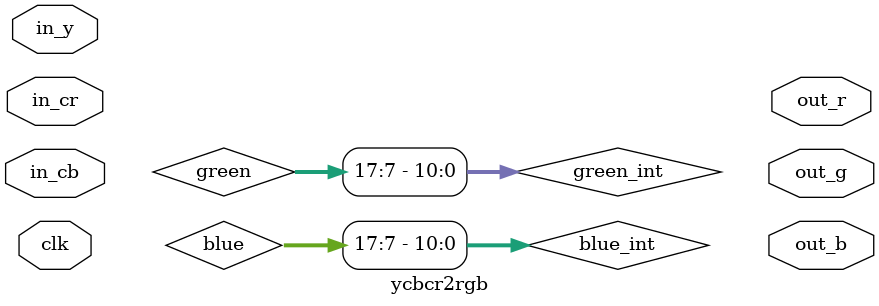
<source format=v>
module ycbcr2rgb (
  input           clk,
  input   [ 7:0]  in_y,
  input   [ 7:0]  in_cb,
  input   [ 7:0]  in_cr,

  output  [ 7:0]  out_r,
  output  [ 7:0]  out_g,
  output  [ 7:0]  out_b
);

  //---------------------------------------------------------------------------
  // Equations for YCbCr to RGB
  //
  // R = 1.164(Y-16) + 1.596(Cr-128)
  // G = 1.164(Y-16) - 0.813(Cr-128) - 0.392(Cb-128)
  // B = 1.164(Y-16) + 1.017(Cb-128) + (Cb-128)
  //
  // The fractional multipliers are converted to 8-bit binary fractions with an
  // implied binary point between bits 7 and 6. Multiplying by the inputs gives
  // a 16 bit result with an implied binary point between bits 7 and 6. The
  // results of the multiplications are added/subtracted, together with the
  // constant terms giving a signed 18 bit result. The integer part of the
  // result is selected, truncating the two lsbs as we want a 6 bit output. A
  // negative result is replaced by zero. Anything greater than 63 is set to
  // 63.
  //---------------------------------------------------------------------------
//  
//  wire [15:0] mul1 = y * 8'b10010101;	// Y*1.164
//  wire [15:0] mul2 = cr * 8'b11001100;	// Cr*1.596
//  wire [15:0] mul3 = cr * 8'b01101000;	// Cr*0.813
//  wire [15:0] mul4 = cb * 8'b00110010;	// Cb*0.392
//  wire [15:0] mul5 = cb * 8'b10000010;	// Cb*1.017
  
  wire [15:0] mul1;	// Y*1.164
  wire [15:0] mul2;	// Cr*1.596
  wire [15:0] mul3;	// Cr*0.813
  wire [15:0] mul4;	// Cb*0.392
  wire [15:0] mul5;	// Cb*1.017

  mult6x6 mult1 (
		     .clock	( clk ),
		     .dataa	( y ),
		     .datab	( 8'b10010101 ),
		     
		     .result( mul1 )
		     );		     	  
  mult6x6 mult2 (
		     .clock	( clk ),
		     .dataa	( cr ),
		     .datab	( 8'b11001100 ),
		     
		     .result( mul2 )
		     );
  mult6x6 mult3 (
		     .clock	( clk ),
		     .dataa	( cr ),
		     .datab	( 8'b01101000 ),
		     
		     .result( mul3 )
		     );
  mult6x6 mult4 (
		     .clock	( clk ),
		     .dataa	( cb ),
		     .datab	( 8'b00110010 ),
		     
		     .result( mul4 )
		     );		     
  mult6x6 mult5 (
		     .clock	( clk ),
		     .dataa	( cb ),
		     .datab	( 8'b10000010 ),
		     
		     .result( mul5 )
		     );		     
		     
  wire [17:0] red 	= (mul1 + mul2) - {10'd222, 7'b0};//
  wire [17:0] green = (mul1 + {10'd136, 7'b0}) - (mul3 + mul4);//
  wire [17:0] blue 	= (mul1 + mul5) - ({10'd277, 7'b0} - {cb, 7'b0});//

  wire [10:0] red_int 	= red[17:7];
  wire [10:0] green_int = green[17:7];
  wire [10:0] blue_int 	= blue[17:7];
 
  wire [7:0] r = red_int[10] 	? 8'b0 : ((|red_int[9:8]) 	? 8'hff : red_int[7:0]);
  wire [7:0] g = green_int[10] 	? 8'b0 : ((|green_int[9:8]) ? 8'hff : green_int[7:0]);
  wire [7:0] b = blue_int[10] 	? 8'b0 : ((|blue_int[9:8]) 	? 8'hff : blue_int[7:0]);
  
endmodule

</source>
